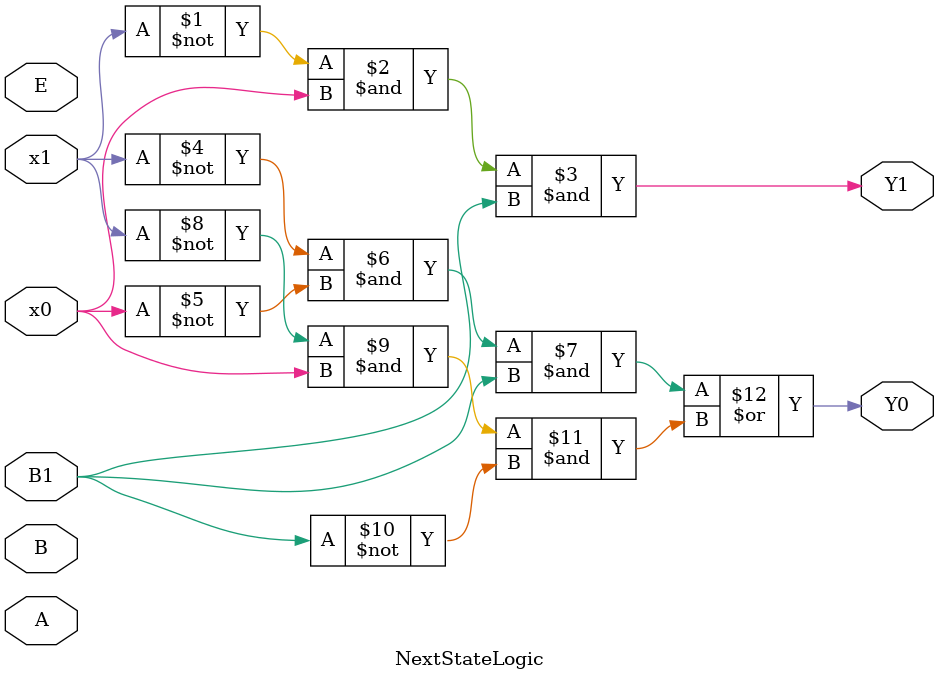
<source format=v>
module NextStateLogic (Y1, Y0, x1, x0, B1, E, A, B); 
	input x1, x0, B1, E, A, B; 
	output Y1, Y0;
	
	assign Y1 = (~x1 & x0 & B1); 
	assign Y0 = (~x1 & ~x0 & B1) | (~x1 & x0 & ~B1);
	

endmodule 

 
</source>
